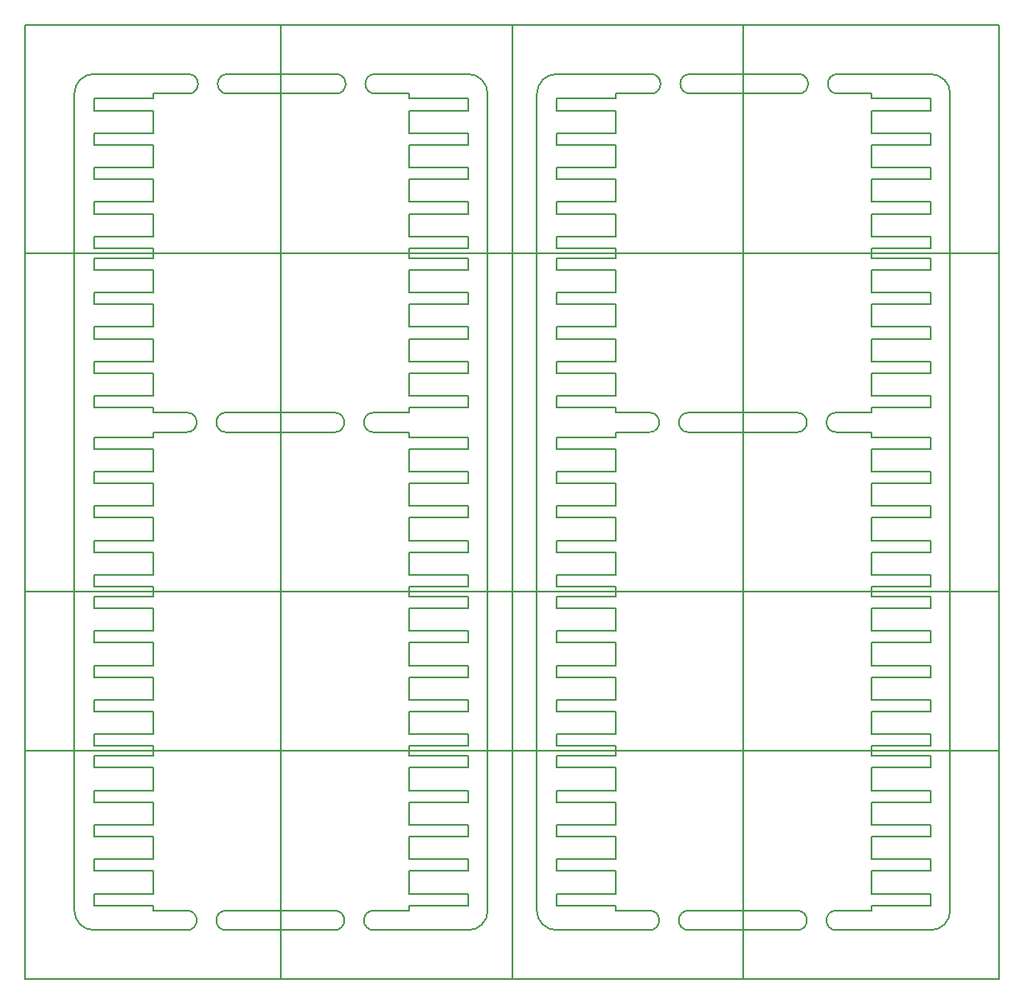
<source format=gm1>
G04 #@! TF.GenerationSoftware,KiCad,Pcbnew,(5.1.0)-1*
G04 #@! TF.CreationDate,2019-05-31T01:19:27-04:00*
G04 #@! TF.ProjectId,10x-Input-10x-Output,3130782d-496e-4707-9574-2d3130782d4f,0.1*
G04 #@! TF.SameCoordinates,Original*
G04 #@! TF.FileFunction,Profile,NP*
%FSLAX46Y46*%
G04 Gerber Fmt 4.6, Leading zero omitted, Abs format (unit mm)*
G04 Created by KiCad (PCBNEW (5.1.0)-1) date 2019-05-31 01:19:27*
%MOMM*%
%LPD*%
G04 APERTURE LIST*
%ADD10C,0.150000*%
G04 APERTURE END LIST*
D10*
X138980000Y-146304000D02*
G75*
G02X138980000Y-148304000I0J-1000000D01*
G01*
X142980000Y-148304000D02*
G75*
G02X142980000Y-146304000I0J1000000D01*
G01*
X153980000Y-95704000D02*
G75*
G02X153980000Y-97704000I0J-1000000D01*
G01*
X142980000Y-97704000D02*
G75*
G02X142980000Y-95704000I0J1000000D01*
G01*
X148550000Y-97704000D02*
X148550000Y-95704000D01*
X138980000Y-95704000D02*
G75*
G02X138980000Y-97704000I0J-1000000D01*
G01*
X157980000Y-97704000D02*
G75*
G02X157980000Y-95704000I0J1000000D01*
G01*
X153980000Y-146304000D02*
G75*
G02X153980000Y-148304000I0J-1000000D01*
G01*
X142980000Y-95704000D02*
X153980000Y-95704000D01*
X153980000Y-148304000D02*
X142980000Y-148304000D01*
X157980000Y-148304000D02*
X167550000Y-148304000D01*
X125050000Y-153304000D02*
X174550000Y-153304000D01*
X153980000Y-146304000D02*
X142980000Y-146304000D01*
X167550000Y-61304000D02*
G75*
G02X169550000Y-63304000I0J-2000000D01*
G01*
X143120000Y-63304000D02*
G75*
G02X143120000Y-61304000I0J1000000D01*
G01*
X153980000Y-97704000D02*
X142980000Y-97704000D01*
X157980000Y-95704000D02*
X161550000Y-95704000D01*
X139120000Y-61304000D02*
G75*
G02X139120000Y-63304000I0J-1000000D01*
G01*
X158120000Y-63304000D02*
G75*
G02X158120000Y-61304000I0J1000000D01*
G01*
X157980000Y-148304000D02*
G75*
G02X157980000Y-146304000I0J1000000D01*
G01*
X154120000Y-61304000D02*
G75*
G02X154120000Y-63304000I0J-1000000D01*
G01*
X143120000Y-61304000D02*
X154120000Y-61304000D01*
X139120000Y-61304000D02*
X129550000Y-61304000D01*
X174550000Y-56304000D02*
X125050000Y-56304000D01*
X143120000Y-63304000D02*
X154120000Y-63304000D01*
X139120000Y-63304000D02*
X135550000Y-63304000D01*
X127550000Y-144604000D02*
X127550000Y-146304000D01*
X148550000Y-63304000D02*
X148550000Y-56304000D01*
X158120000Y-61304000D02*
X167550000Y-61304000D01*
X158120000Y-63304000D02*
X161550000Y-63304000D01*
X138980000Y-148304000D02*
X129550000Y-148304000D01*
X161550000Y-97704000D02*
X157980000Y-97704000D01*
X129550000Y-148304000D02*
G75*
G02X127550000Y-146304000I0J2000000D01*
G01*
X135550000Y-97704000D02*
X138980000Y-97704000D01*
X135550000Y-109904000D02*
X135550000Y-112204000D01*
X167550000Y-98204000D02*
X161550000Y-98204000D01*
X135550000Y-102904000D02*
X135550000Y-105204000D01*
X135550000Y-98204000D02*
X129550000Y-98204000D01*
X129550000Y-99404000D02*
X135550000Y-99404000D01*
X129550000Y-113404000D02*
X135550000Y-113404000D01*
X129550000Y-102904000D02*
X135550000Y-102904000D01*
X167550000Y-106404000D02*
X167550000Y-105204000D01*
X129550000Y-112204000D02*
X129550000Y-113404000D01*
X135550000Y-97704000D02*
X135550000Y-98204000D01*
X135550000Y-101704000D02*
X129550000Y-101704000D01*
X129550000Y-98204000D02*
X129550000Y-99404000D01*
X135550000Y-108704000D02*
X129550000Y-108704000D01*
X161550000Y-105204000D02*
X161550000Y-102904000D01*
X161550000Y-113404000D02*
X167550000Y-113404000D01*
X148550000Y-97704000D02*
X148550000Y-113904000D01*
X129550000Y-106404000D02*
X135550000Y-106404000D01*
X129550000Y-109904000D02*
X135550000Y-109904000D01*
X161550000Y-99404000D02*
X167550000Y-99404000D01*
X129550000Y-105204000D02*
X129550000Y-106404000D01*
X135550000Y-99404000D02*
X135550000Y-101704000D01*
X135550000Y-105204000D02*
X129550000Y-105204000D01*
X135550000Y-112204000D02*
X129550000Y-112204000D01*
X129550000Y-101704000D02*
X129550000Y-102904000D01*
X161550000Y-112204000D02*
X161550000Y-109904000D01*
X161550000Y-106404000D02*
X167550000Y-106404000D01*
X161550000Y-98204000D02*
X161550000Y-97704000D01*
X167550000Y-90504000D02*
X161550000Y-90504000D01*
X135550000Y-91704000D02*
X135550000Y-94004000D01*
X135550000Y-79504000D02*
X135550000Y-80004000D01*
X135550000Y-84704000D02*
X135550000Y-87004000D01*
X161550000Y-95704000D02*
X161550000Y-95204000D01*
X167550000Y-84704000D02*
X167550000Y-83504000D01*
X148550000Y-79504000D02*
X174550000Y-79504000D01*
X135550000Y-88204000D02*
X135550000Y-90504000D01*
X161550000Y-83504000D02*
X161550000Y-81204000D01*
X135550000Y-95204000D02*
X135550000Y-95704000D01*
X135550000Y-80004000D02*
X129550000Y-80004000D01*
X148550000Y-79504000D02*
X125050000Y-79504000D01*
X135550000Y-90504000D02*
X129550000Y-90504000D01*
X161550000Y-94004000D02*
X161550000Y-91704000D01*
X161550000Y-81204000D02*
X167550000Y-81204000D01*
X167550000Y-94004000D02*
X161550000Y-94004000D01*
X161550000Y-80004000D02*
X161550000Y-79504000D01*
X135550000Y-81204000D02*
X135550000Y-83504000D01*
X129550000Y-91704000D02*
X135550000Y-91704000D01*
X129550000Y-95204000D02*
X135550000Y-95204000D01*
X129550000Y-88204000D02*
X135550000Y-88204000D01*
X167550000Y-91704000D02*
X167550000Y-90504000D01*
X129550000Y-84704000D02*
X135550000Y-84704000D01*
X135550000Y-106404000D02*
X135550000Y-108704000D01*
X135550000Y-87004000D02*
X129550000Y-87004000D01*
X138980000Y-95704000D02*
X135550000Y-95704000D01*
X129550000Y-94004000D02*
X129550000Y-95204000D01*
X135550000Y-83504000D02*
X129550000Y-83504000D01*
X167550000Y-81204000D02*
X167550000Y-80004000D01*
X129550000Y-108704000D02*
X129550000Y-109904000D01*
X161550000Y-84704000D02*
X167550000Y-84704000D01*
X161550000Y-91704000D02*
X167550000Y-91704000D01*
X167550000Y-83504000D02*
X161550000Y-83504000D01*
X129550000Y-87004000D02*
X129550000Y-88204000D01*
X167550000Y-88204000D02*
X167550000Y-87004000D01*
X161550000Y-90504000D02*
X161550000Y-88204000D01*
X167550000Y-95204000D02*
X167550000Y-94004000D01*
X129550000Y-81204000D02*
X135550000Y-81204000D01*
X129550000Y-83504000D02*
X129550000Y-84704000D01*
X148550000Y-79504000D02*
X148550000Y-95704000D01*
X135550000Y-94004000D02*
X129550000Y-94004000D01*
X167550000Y-80004000D02*
X161550000Y-80004000D01*
X129550000Y-90504000D02*
X129550000Y-91704000D01*
X161550000Y-95204000D02*
X167550000Y-95204000D01*
X161550000Y-88204000D02*
X167550000Y-88204000D01*
X135550000Y-113404000D02*
X135550000Y-113904000D01*
X129550000Y-80004000D02*
X129550000Y-81204000D01*
X161550000Y-87004000D02*
X161550000Y-84704000D01*
X167550000Y-87004000D02*
X161550000Y-87004000D01*
X127550000Y-63304000D02*
G75*
G02X129550000Y-61304000I2000000J0D01*
G01*
X169550000Y-146304000D02*
X169550000Y-65004000D01*
X174550000Y-153304000D02*
X174550000Y-56304000D01*
X127550000Y-146304000D02*
X127550000Y-63304000D01*
X169550000Y-146304000D02*
G75*
G02X167550000Y-148304000I-2000000J0D01*
G01*
X148550000Y-113904000D02*
X148550000Y-130104000D01*
X129550000Y-121404000D02*
X129550000Y-122604000D01*
X129550000Y-124904000D02*
X129550000Y-126104000D01*
X135550000Y-122604000D02*
X135550000Y-124904000D01*
X148550000Y-113904000D02*
X125050000Y-113904000D01*
X129550000Y-128404000D02*
X129550000Y-129604000D01*
X135550000Y-124904000D02*
X129550000Y-124904000D01*
X129550000Y-122604000D02*
X135550000Y-122604000D01*
X135550000Y-129604000D02*
X135550000Y-130104000D01*
X129550000Y-114404000D02*
X129550000Y-115604000D01*
X161550000Y-129604000D02*
X167550000Y-129604000D01*
X129550000Y-115604000D02*
X135550000Y-115604000D01*
X161550000Y-126104000D02*
X167550000Y-126104000D01*
X161550000Y-128404000D02*
X161550000Y-126104000D01*
X167550000Y-124904000D02*
X161550000Y-124904000D01*
X167550000Y-117904000D02*
X161550000Y-117904000D01*
X161550000Y-121404000D02*
X161550000Y-119104000D01*
X167550000Y-114404000D02*
X161550000Y-114404000D01*
X167550000Y-126104000D02*
X167550000Y-124904000D01*
X148550000Y-113904000D02*
X174550000Y-113904000D01*
X161550000Y-115604000D02*
X167550000Y-115604000D01*
X167550000Y-119104000D02*
X167550000Y-117904000D01*
X167550000Y-122604000D02*
X167550000Y-121404000D01*
X135550000Y-113904000D02*
X135550000Y-114404000D01*
X129550000Y-117904000D02*
X129550000Y-119104000D01*
X167550000Y-128404000D02*
X161550000Y-128404000D01*
X167550000Y-121404000D02*
X161550000Y-121404000D01*
X135550000Y-119104000D02*
X135550000Y-121404000D01*
X161550000Y-122604000D02*
X167550000Y-122604000D01*
X161550000Y-119104000D02*
X167550000Y-119104000D01*
X161550000Y-114404000D02*
X161550000Y-113904000D01*
X135550000Y-126104000D02*
X135550000Y-128404000D01*
X161550000Y-124904000D02*
X161550000Y-122604000D01*
X167550000Y-129604000D02*
X167550000Y-128404000D01*
X161550000Y-130104000D02*
X161550000Y-129604000D01*
X167550000Y-115604000D02*
X167550000Y-114404000D01*
X135550000Y-115604000D02*
X135550000Y-117904000D01*
X129550000Y-126104000D02*
X135550000Y-126104000D01*
X135550000Y-114404000D02*
X129550000Y-114404000D01*
X129550000Y-129604000D02*
X135550000Y-129604000D01*
X135550000Y-121404000D02*
X129550000Y-121404000D01*
X135550000Y-117904000D02*
X129550000Y-117904000D01*
X129550000Y-119104000D02*
X135550000Y-119104000D01*
X161550000Y-117904000D02*
X161550000Y-115604000D01*
X135550000Y-128404000D02*
X129550000Y-128404000D01*
X161550000Y-102904000D02*
X167550000Y-102904000D01*
X167550000Y-112204000D02*
X161550000Y-112204000D01*
X167550000Y-105204000D02*
X161550000Y-105204000D01*
X167550000Y-101704000D02*
X161550000Y-101704000D01*
X167550000Y-102904000D02*
X167550000Y-101704000D01*
X167550000Y-113404000D02*
X167550000Y-112204000D01*
X167550000Y-108704000D02*
X161550000Y-108704000D01*
X167550000Y-109904000D02*
X167550000Y-108704000D01*
X161550000Y-108704000D02*
X161550000Y-106404000D01*
X161550000Y-101704000D02*
X161550000Y-99404000D01*
X167550000Y-99404000D02*
X167550000Y-98204000D01*
X161550000Y-109904000D02*
X167550000Y-109904000D01*
X161550000Y-113904000D02*
X161550000Y-113404000D01*
X129550000Y-141104000D02*
X129550000Y-142304000D01*
X135550000Y-138804000D02*
X135550000Y-141104000D01*
X148550000Y-130104000D02*
X125050000Y-130104000D01*
X135550000Y-145804000D02*
X135550000Y-146304000D01*
X138980000Y-146304000D02*
X135550000Y-146304000D01*
X129550000Y-130604000D02*
X129550000Y-131804000D01*
X135550000Y-141104000D02*
X129550000Y-141104000D01*
X148550000Y-130104000D02*
X148550000Y-153304000D01*
X129550000Y-138804000D02*
X135550000Y-138804000D01*
X129550000Y-144604000D02*
X129550000Y-145804000D01*
X129550000Y-137604000D02*
X129550000Y-138804000D01*
X135550000Y-131804000D02*
X135550000Y-134104000D01*
X129550000Y-145804000D02*
X135550000Y-145804000D01*
X135550000Y-137604000D02*
X129550000Y-137604000D01*
X135550000Y-134104000D02*
X129550000Y-134104000D01*
X129550000Y-135304000D02*
X135550000Y-135304000D01*
X135550000Y-144604000D02*
X129550000Y-144604000D01*
X135550000Y-135304000D02*
X135550000Y-137604000D01*
X129550000Y-131804000D02*
X135550000Y-131804000D01*
X169550000Y-65004000D02*
X169550000Y-63304000D01*
X135550000Y-130104000D02*
X135550000Y-130604000D01*
X129550000Y-142304000D02*
X135550000Y-142304000D01*
X129550000Y-134104000D02*
X129550000Y-135304000D01*
X135550000Y-142304000D02*
X135550000Y-144604000D01*
X135550000Y-130604000D02*
X129550000Y-130604000D01*
X161550000Y-137604000D02*
X161550000Y-135304000D01*
X161550000Y-144604000D02*
X161550000Y-142304000D01*
X161550000Y-131804000D02*
X167550000Y-131804000D01*
X167550000Y-138804000D02*
X167550000Y-137604000D01*
X161550000Y-130604000D02*
X161550000Y-130104000D01*
X167550000Y-130604000D02*
X161550000Y-130604000D01*
X161550000Y-138804000D02*
X167550000Y-138804000D01*
X161550000Y-145804000D02*
X167550000Y-145804000D01*
X167550000Y-135304000D02*
X167550000Y-134104000D01*
X167550000Y-145804000D02*
X167550000Y-144604000D01*
X167550000Y-141104000D02*
X161550000Y-141104000D01*
X167550000Y-142304000D02*
X167550000Y-141104000D01*
X157980000Y-146304000D02*
X161550000Y-146304000D01*
X148550000Y-130104000D02*
X174550000Y-130104000D01*
X161550000Y-135304000D02*
X167550000Y-135304000D01*
X161550000Y-134104000D02*
X161550000Y-131804000D01*
X167550000Y-144604000D02*
X161550000Y-144604000D01*
X167550000Y-137604000D02*
X161550000Y-137604000D01*
X167550000Y-134104000D02*
X161550000Y-134104000D01*
X167550000Y-131804000D02*
X167550000Y-130604000D01*
X161550000Y-146304000D02*
X161550000Y-145804000D01*
X161550000Y-142304000D02*
X167550000Y-142304000D01*
X161550000Y-141104000D02*
X161550000Y-138804000D01*
X161550000Y-79504000D02*
X161550000Y-79004000D01*
X167550000Y-68504000D02*
X167550000Y-67304000D01*
X167550000Y-79004000D02*
X167550000Y-77804000D01*
X167550000Y-74304000D02*
X161550000Y-74304000D01*
X161550000Y-75504000D02*
X167550000Y-75504000D01*
X161550000Y-68504000D02*
X167550000Y-68504000D01*
X167550000Y-70804000D02*
X161550000Y-70804000D01*
X167550000Y-75504000D02*
X167550000Y-74304000D01*
X161550000Y-67304000D02*
X161550000Y-65004000D01*
X167550000Y-77804000D02*
X161550000Y-77804000D01*
X167550000Y-67304000D02*
X161550000Y-67304000D01*
X161550000Y-74304000D02*
X161550000Y-72004000D01*
X167550000Y-65004000D02*
X167550000Y-63804000D01*
X167550000Y-72004000D02*
X167550000Y-70804000D01*
X161550000Y-79004000D02*
X167550000Y-79004000D01*
X161550000Y-63804000D02*
X161550000Y-63304000D01*
X167550000Y-63804000D02*
X161550000Y-63804000D01*
X161550000Y-72004000D02*
X167550000Y-72004000D01*
X129550000Y-70804000D02*
X129550000Y-72004000D01*
X135550000Y-67304000D02*
X129550000Y-67304000D01*
X135550000Y-74304000D02*
X129550000Y-74304000D01*
X148550000Y-63304000D02*
X148550000Y-79504000D01*
X135550000Y-77804000D02*
X129550000Y-77804000D01*
X129550000Y-74304000D02*
X129550000Y-75504000D01*
X129550000Y-77804000D02*
X129550000Y-79004000D01*
X161550000Y-70804000D02*
X161550000Y-68504000D01*
X129550000Y-75504000D02*
X135550000Y-75504000D01*
X135550000Y-72004000D02*
X135550000Y-74304000D01*
X129550000Y-65004000D02*
X135550000Y-65004000D01*
X135550000Y-68504000D02*
X135550000Y-70804000D01*
X129550000Y-63804000D02*
X129550000Y-65004000D01*
X135550000Y-65004000D02*
X135550000Y-67304000D01*
X129550000Y-79004000D02*
X135550000Y-79004000D01*
X135550000Y-79004000D02*
X135550000Y-79504000D01*
X161550000Y-65004000D02*
X167550000Y-65004000D01*
X135550000Y-70804000D02*
X129550000Y-70804000D01*
X135550000Y-63304000D02*
X135550000Y-63804000D01*
X135550000Y-75504000D02*
X135550000Y-77804000D01*
X135550000Y-63804000D02*
X129550000Y-63804000D01*
X129550000Y-72004000D02*
X135550000Y-72004000D01*
X129550000Y-67304000D02*
X129550000Y-68504000D01*
X129550000Y-68504000D02*
X135550000Y-68504000D01*
X161550000Y-77804000D02*
X161550000Y-75504000D01*
X80550000Y-63304000D02*
G75*
G02X82550000Y-61304000I2000000J0D01*
G01*
X80550000Y-146304000D02*
X80550000Y-63304000D01*
X122550000Y-146304000D02*
G75*
G02X120550000Y-148304000I-2000000J0D01*
G01*
X125050000Y-153304000D02*
X125050000Y-56304000D01*
X122550000Y-146304000D02*
X122550000Y-65004000D01*
X122550000Y-65004000D02*
X122550000Y-63304000D01*
X101550000Y-63304000D02*
X101550000Y-56304000D01*
X111120000Y-63304000D02*
G75*
G02X111120000Y-61304000I0J1000000D01*
G01*
X107120000Y-61304000D02*
G75*
G02X107120000Y-63304000I0J-1000000D01*
G01*
X96120000Y-63304000D02*
G75*
G02X96120000Y-61304000I0J1000000D01*
G01*
X96120000Y-61304000D02*
X107120000Y-61304000D01*
X92120000Y-61304000D02*
X82550000Y-61304000D01*
X125050000Y-56304000D02*
X75550000Y-56304000D01*
X96120000Y-63304000D02*
X107120000Y-63304000D01*
X92120000Y-61304000D02*
G75*
G02X92120000Y-63304000I0J-1000000D01*
G01*
X111120000Y-61304000D02*
X120550000Y-61304000D01*
X120550000Y-61304000D02*
G75*
G02X122550000Y-63304000I0J-2000000D01*
G01*
X111120000Y-63304000D02*
X114550000Y-63304000D01*
X92120000Y-63304000D02*
X88550000Y-63304000D01*
X82550000Y-148304000D02*
G75*
G02X80550000Y-146304000I0J2000000D01*
G01*
X75550000Y-56304000D02*
X75550000Y-153304000D01*
X80550000Y-144604000D02*
X80550000Y-146304000D01*
X75550000Y-153304000D02*
X125050000Y-153304000D01*
X106980000Y-146304000D02*
X95980000Y-146304000D01*
X106980000Y-148304000D02*
X95980000Y-148304000D01*
X110980000Y-148304000D02*
X120550000Y-148304000D01*
X91980000Y-148304000D02*
X82550000Y-148304000D01*
X106980000Y-97704000D02*
X95980000Y-97704000D01*
X114550000Y-97704000D02*
X110980000Y-97704000D01*
X110980000Y-95704000D02*
X114550000Y-95704000D01*
X95980000Y-95704000D02*
X106980000Y-95704000D01*
X110980000Y-148304000D02*
G75*
G02X110980000Y-146304000I0J1000000D01*
G01*
X106980000Y-146304000D02*
G75*
G02X106980000Y-148304000I0J-1000000D01*
G01*
X95980000Y-148304000D02*
G75*
G02X95980000Y-146304000I0J1000000D01*
G01*
X91980000Y-146304000D02*
G75*
G02X91980000Y-148304000I0J-1000000D01*
G01*
X110980000Y-97704000D02*
G75*
G02X110980000Y-95704000I0J1000000D01*
G01*
X106980000Y-95704000D02*
G75*
G02X106980000Y-97704000I0J-1000000D01*
G01*
X95980000Y-97704000D02*
G75*
G02X95980000Y-95704000I0J1000000D01*
G01*
X101550000Y-97704000D02*
X101550000Y-95704000D01*
X91980000Y-95704000D02*
G75*
G02X91980000Y-97704000I0J-1000000D01*
G01*
X88550000Y-97704000D02*
X91980000Y-97704000D01*
X82550000Y-74304000D02*
X82550000Y-75504000D01*
X88550000Y-72004000D02*
X88550000Y-74304000D01*
X88550000Y-79004000D02*
X88550000Y-79504000D01*
X82550000Y-63804000D02*
X82550000Y-65004000D01*
X88550000Y-74304000D02*
X82550000Y-74304000D01*
X101550000Y-63304000D02*
X101550000Y-79504000D01*
X82550000Y-72004000D02*
X88550000Y-72004000D01*
X82550000Y-77804000D02*
X82550000Y-79004000D01*
X82550000Y-70804000D02*
X82550000Y-72004000D01*
X88550000Y-65004000D02*
X88550000Y-67304000D01*
X82550000Y-79004000D02*
X88550000Y-79004000D01*
X88550000Y-70804000D02*
X82550000Y-70804000D01*
X88550000Y-67304000D02*
X82550000Y-67304000D01*
X82550000Y-68504000D02*
X88550000Y-68504000D01*
X88550000Y-77804000D02*
X82550000Y-77804000D01*
X88550000Y-68504000D02*
X88550000Y-70804000D01*
X82550000Y-65004000D02*
X88550000Y-65004000D01*
X88550000Y-63304000D02*
X88550000Y-63804000D01*
X82550000Y-75504000D02*
X88550000Y-75504000D01*
X82550000Y-67304000D02*
X82550000Y-68504000D01*
X88550000Y-75504000D02*
X88550000Y-77804000D01*
X88550000Y-63804000D02*
X82550000Y-63804000D01*
X114550000Y-70804000D02*
X114550000Y-68504000D01*
X114550000Y-77804000D02*
X114550000Y-75504000D01*
X114550000Y-65004000D02*
X120550000Y-65004000D01*
X120550000Y-72004000D02*
X120550000Y-70804000D01*
X114550000Y-63804000D02*
X114550000Y-63304000D01*
X120550000Y-63804000D02*
X114550000Y-63804000D01*
X114550000Y-72004000D02*
X120550000Y-72004000D01*
X114550000Y-79004000D02*
X120550000Y-79004000D01*
X120550000Y-68504000D02*
X120550000Y-67304000D01*
X120550000Y-79004000D02*
X120550000Y-77804000D01*
X120550000Y-74304000D02*
X114550000Y-74304000D01*
X120550000Y-75504000D02*
X120550000Y-74304000D01*
X114550000Y-68504000D02*
X120550000Y-68504000D01*
X114550000Y-67304000D02*
X114550000Y-65004000D01*
X120550000Y-77804000D02*
X114550000Y-77804000D01*
X120550000Y-70804000D02*
X114550000Y-70804000D01*
X120550000Y-67304000D02*
X114550000Y-67304000D01*
X120550000Y-65004000D02*
X120550000Y-63804000D01*
X114550000Y-79504000D02*
X114550000Y-79004000D01*
X114550000Y-75504000D02*
X120550000Y-75504000D01*
X114550000Y-74304000D02*
X114550000Y-72004000D01*
X101550000Y-79504000D02*
X101550000Y-95704000D01*
X82550000Y-87004000D02*
X82550000Y-88204000D01*
X82550000Y-90504000D02*
X82550000Y-91704000D01*
X88550000Y-88204000D02*
X88550000Y-90504000D01*
X101550000Y-79504000D02*
X75550000Y-79504000D01*
X82550000Y-94004000D02*
X82550000Y-95204000D01*
X88550000Y-90504000D02*
X82550000Y-90504000D01*
X82550000Y-88204000D02*
X88550000Y-88204000D01*
X88550000Y-95204000D02*
X88550000Y-95704000D01*
X82550000Y-80004000D02*
X82550000Y-81204000D01*
X114550000Y-95204000D02*
X120550000Y-95204000D01*
X82550000Y-81204000D02*
X88550000Y-81204000D01*
X114550000Y-91704000D02*
X120550000Y-91704000D01*
X114550000Y-94004000D02*
X114550000Y-91704000D01*
X120550000Y-90504000D02*
X114550000Y-90504000D01*
X120550000Y-83504000D02*
X114550000Y-83504000D01*
X114550000Y-87004000D02*
X114550000Y-84704000D01*
X120550000Y-80004000D02*
X114550000Y-80004000D01*
X120550000Y-91704000D02*
X120550000Y-90504000D01*
X101550000Y-79504000D02*
X125050000Y-79504000D01*
X114550000Y-81204000D02*
X120550000Y-81204000D01*
X120550000Y-84704000D02*
X120550000Y-83504000D01*
X120550000Y-88204000D02*
X120550000Y-87004000D01*
X88550000Y-79504000D02*
X88550000Y-80004000D01*
X82550000Y-83504000D02*
X82550000Y-84704000D01*
X120550000Y-94004000D02*
X114550000Y-94004000D01*
X120550000Y-87004000D02*
X114550000Y-87004000D01*
X88550000Y-84704000D02*
X88550000Y-87004000D01*
X114550000Y-88204000D02*
X120550000Y-88204000D01*
X114550000Y-84704000D02*
X120550000Y-84704000D01*
X114550000Y-80004000D02*
X114550000Y-79504000D01*
X88550000Y-91704000D02*
X88550000Y-94004000D01*
X114550000Y-90504000D02*
X114550000Y-88204000D01*
X120550000Y-95204000D02*
X120550000Y-94004000D01*
X114550000Y-95704000D02*
X114550000Y-95204000D01*
X120550000Y-81204000D02*
X120550000Y-80004000D01*
X88550000Y-81204000D02*
X88550000Y-83504000D01*
X82550000Y-91704000D02*
X88550000Y-91704000D01*
X88550000Y-80004000D02*
X82550000Y-80004000D01*
X82550000Y-95204000D02*
X88550000Y-95204000D01*
X88550000Y-87004000D02*
X82550000Y-87004000D01*
X88550000Y-83504000D02*
X82550000Y-83504000D01*
X82550000Y-84704000D02*
X88550000Y-84704000D01*
X114550000Y-83504000D02*
X114550000Y-81204000D01*
X88550000Y-94004000D02*
X82550000Y-94004000D01*
X82550000Y-108704000D02*
X82550000Y-109904000D01*
X88550000Y-106404000D02*
X88550000Y-108704000D01*
X91980000Y-95704000D02*
X88550000Y-95704000D01*
X88550000Y-113404000D02*
X88550000Y-113904000D01*
X82550000Y-98204000D02*
X82550000Y-99404000D01*
X88550000Y-108704000D02*
X82550000Y-108704000D01*
X101550000Y-97704000D02*
X101550000Y-113904000D01*
X82550000Y-106404000D02*
X88550000Y-106404000D01*
X82550000Y-112204000D02*
X82550000Y-113404000D01*
X82550000Y-105204000D02*
X82550000Y-106404000D01*
X88550000Y-99404000D02*
X88550000Y-101704000D01*
X82550000Y-113404000D02*
X88550000Y-113404000D01*
X88550000Y-105204000D02*
X82550000Y-105204000D01*
X88550000Y-101704000D02*
X82550000Y-101704000D01*
X82550000Y-102904000D02*
X88550000Y-102904000D01*
X88550000Y-112204000D02*
X82550000Y-112204000D01*
X88550000Y-102904000D02*
X88550000Y-105204000D01*
X82550000Y-99404000D02*
X88550000Y-99404000D01*
X88550000Y-97704000D02*
X88550000Y-98204000D01*
X82550000Y-109904000D02*
X88550000Y-109904000D01*
X82550000Y-101704000D02*
X82550000Y-102904000D01*
X88550000Y-109904000D02*
X88550000Y-112204000D01*
X88550000Y-98204000D02*
X82550000Y-98204000D01*
X114550000Y-105204000D02*
X114550000Y-102904000D01*
X114550000Y-112204000D02*
X114550000Y-109904000D01*
X114550000Y-99404000D02*
X120550000Y-99404000D01*
X120550000Y-106404000D02*
X120550000Y-105204000D01*
X114550000Y-98204000D02*
X114550000Y-97704000D01*
X120550000Y-98204000D02*
X114550000Y-98204000D01*
X114550000Y-106404000D02*
X120550000Y-106404000D01*
X114550000Y-113404000D02*
X120550000Y-113404000D01*
X120550000Y-102904000D02*
X120550000Y-101704000D01*
X120550000Y-113404000D02*
X120550000Y-112204000D01*
X120550000Y-108704000D02*
X114550000Y-108704000D01*
X120550000Y-109904000D02*
X120550000Y-108704000D01*
X114550000Y-102904000D02*
X120550000Y-102904000D01*
X114550000Y-101704000D02*
X114550000Y-99404000D01*
X120550000Y-112204000D02*
X114550000Y-112204000D01*
X120550000Y-105204000D02*
X114550000Y-105204000D01*
X120550000Y-101704000D02*
X114550000Y-101704000D01*
X120550000Y-99404000D02*
X120550000Y-98204000D01*
X114550000Y-113904000D02*
X114550000Y-113404000D01*
X114550000Y-109904000D02*
X120550000Y-109904000D01*
X114550000Y-108704000D02*
X114550000Y-106404000D01*
X82550000Y-124904000D02*
X82550000Y-126104000D01*
X88550000Y-122604000D02*
X88550000Y-124904000D01*
X101550000Y-113904000D02*
X75550000Y-113904000D01*
X88550000Y-129604000D02*
X88550000Y-130104000D01*
X82550000Y-114404000D02*
X82550000Y-115604000D01*
X88550000Y-124904000D02*
X82550000Y-124904000D01*
X101550000Y-113904000D02*
X101550000Y-130104000D01*
X82550000Y-122604000D02*
X88550000Y-122604000D01*
X82550000Y-128404000D02*
X82550000Y-129604000D01*
X82550000Y-121404000D02*
X82550000Y-122604000D01*
X88550000Y-115604000D02*
X88550000Y-117904000D01*
X82550000Y-129604000D02*
X88550000Y-129604000D01*
X88550000Y-121404000D02*
X82550000Y-121404000D01*
X88550000Y-117904000D02*
X82550000Y-117904000D01*
X82550000Y-119104000D02*
X88550000Y-119104000D01*
X88550000Y-128404000D02*
X82550000Y-128404000D01*
X88550000Y-119104000D02*
X88550000Y-121404000D01*
X82550000Y-115604000D02*
X88550000Y-115604000D01*
X88550000Y-113904000D02*
X88550000Y-114404000D01*
X82550000Y-126104000D02*
X88550000Y-126104000D01*
X82550000Y-117904000D02*
X82550000Y-119104000D01*
X88550000Y-126104000D02*
X88550000Y-128404000D01*
X88550000Y-114404000D02*
X82550000Y-114404000D01*
X114550000Y-121404000D02*
X114550000Y-119104000D01*
X114550000Y-128404000D02*
X114550000Y-126104000D01*
X114550000Y-115604000D02*
X120550000Y-115604000D01*
X120550000Y-122604000D02*
X120550000Y-121404000D01*
X114550000Y-114404000D02*
X114550000Y-113904000D01*
X120550000Y-114404000D02*
X114550000Y-114404000D01*
X114550000Y-122604000D02*
X120550000Y-122604000D01*
X114550000Y-129604000D02*
X120550000Y-129604000D01*
X120550000Y-119104000D02*
X120550000Y-117904000D01*
X120550000Y-129604000D02*
X120550000Y-128404000D01*
X120550000Y-124904000D02*
X114550000Y-124904000D01*
X120550000Y-126104000D02*
X120550000Y-124904000D01*
X101550000Y-113904000D02*
X125050000Y-113904000D01*
X114550000Y-119104000D02*
X120550000Y-119104000D01*
X114550000Y-117904000D02*
X114550000Y-115604000D01*
X120550000Y-128404000D02*
X114550000Y-128404000D01*
X120550000Y-121404000D02*
X114550000Y-121404000D01*
X120550000Y-117904000D02*
X114550000Y-117904000D01*
X120550000Y-115604000D02*
X120550000Y-114404000D01*
X114550000Y-130104000D02*
X114550000Y-129604000D01*
X114550000Y-126104000D02*
X120550000Y-126104000D01*
X114550000Y-124904000D02*
X114550000Y-122604000D01*
X120550000Y-135304000D02*
X120550000Y-134104000D01*
X114550000Y-137604000D02*
X114550000Y-135304000D01*
X110980000Y-146304000D02*
X114550000Y-146304000D01*
X114550000Y-130604000D02*
X114550000Y-130104000D01*
X101550000Y-130104000D02*
X125050000Y-130104000D01*
X120550000Y-145804000D02*
X120550000Y-144604000D01*
X114550000Y-135304000D02*
X120550000Y-135304000D01*
X120550000Y-137604000D02*
X114550000Y-137604000D01*
X120550000Y-131804000D02*
X120550000Y-130604000D01*
X120550000Y-138804000D02*
X120550000Y-137604000D01*
X114550000Y-144604000D02*
X114550000Y-142304000D01*
X120550000Y-130604000D02*
X114550000Y-130604000D01*
X114550000Y-138804000D02*
X120550000Y-138804000D01*
X114550000Y-142304000D02*
X120550000Y-142304000D01*
X120550000Y-141104000D02*
X114550000Y-141104000D01*
X114550000Y-131804000D02*
X120550000Y-131804000D01*
X114550000Y-141104000D02*
X114550000Y-138804000D01*
X120550000Y-144604000D02*
X114550000Y-144604000D01*
X114550000Y-146304000D02*
X114550000Y-145804000D01*
X120550000Y-134104000D02*
X114550000Y-134104000D01*
X120550000Y-142304000D02*
X120550000Y-141104000D01*
X114550000Y-134104000D02*
X114550000Y-131804000D01*
X114550000Y-145804000D02*
X120550000Y-145804000D01*
X88550000Y-145804000D02*
X88550000Y-146304000D01*
X88550000Y-142304000D02*
X88550000Y-144604000D01*
X88550000Y-138804000D02*
X88550000Y-141104000D01*
X88550000Y-135304000D02*
X88550000Y-137604000D01*
X88550000Y-131804000D02*
X88550000Y-134104000D01*
X88550000Y-130104000D02*
X88550000Y-130604000D01*
X82550000Y-141104000D02*
X82550000Y-142304000D01*
X82550000Y-142304000D02*
X88550000Y-142304000D01*
X82550000Y-145804000D02*
X88550000Y-145804000D01*
X88550000Y-144604000D02*
X82550000Y-144604000D01*
X82550000Y-144604000D02*
X82550000Y-145804000D01*
X88550000Y-141104000D02*
X82550000Y-141104000D01*
X82550000Y-131804000D02*
X88550000Y-131804000D01*
X82550000Y-130604000D02*
X82550000Y-131804000D01*
X88550000Y-130604000D02*
X82550000Y-130604000D01*
X82550000Y-135304000D02*
X88550000Y-135304000D01*
X82550000Y-134104000D02*
X82550000Y-135304000D01*
X88550000Y-134104000D02*
X82550000Y-134104000D01*
X82550000Y-138804000D02*
X88550000Y-138804000D01*
X82550000Y-137604000D02*
X82550000Y-138804000D01*
X88550000Y-137604000D02*
X82550000Y-137604000D01*
X91980000Y-146304000D02*
X88550000Y-146304000D01*
X101550000Y-130104000D02*
X101550000Y-153304000D01*
X101550000Y-130104000D02*
X75550000Y-130104000D01*
M02*

</source>
